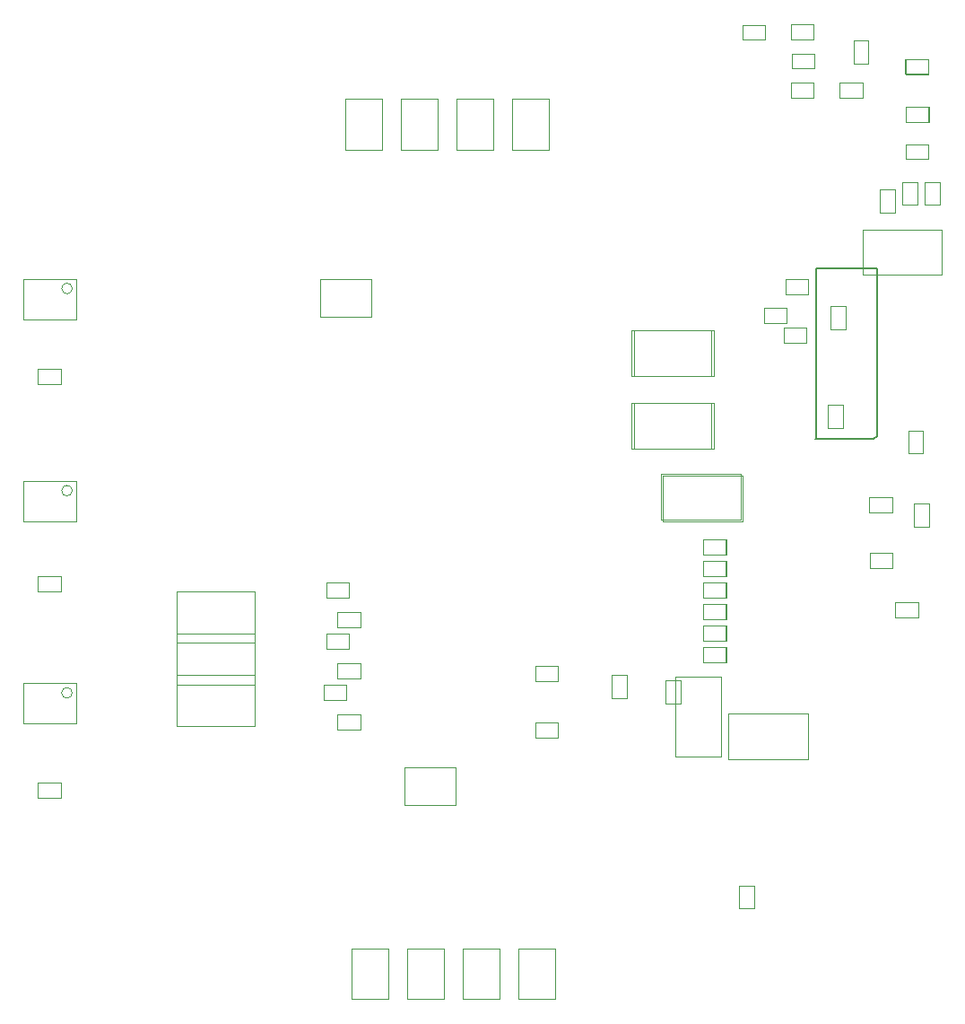
<source format=gbr>
G04 Layer_Color=16711935*
%FSLAX25Y25*%
%MOIN*%
%TF.FileFunction,Other,Mechanical_13*%
%TF.Part,Single*%
G01*
G75*
%TA.AperFunction,NonConductor*%
%ADD50C,0.00394*%
%ADD51C,0.00787*%
D50*
X28368Y245937D02*
G03*
X28368Y245937I-1969J0D01*
G01*
Y170837D02*
G03*
X28368Y170837I-1969J0D01*
G01*
Y95737D02*
G03*
X28368Y95737I-1969J0D01*
G01*
X15369Y210246D02*
X24031D01*
X15369Y215954D02*
X24031D01*
Y210246D02*
Y215954D01*
X15369Y210246D02*
Y215954D01*
Y133446D02*
X24031D01*
X15369Y139154D02*
X24031D01*
Y133446D02*
Y139154D01*
X15369Y133446D02*
Y139154D01*
Y56646D02*
X24031D01*
X15369Y62354D02*
X24031D01*
Y56646D02*
Y62354D01*
X15369Y56646D02*
Y62354D01*
X266864Y213535D02*
Y230465D01*
X237336Y213535D02*
Y230465D01*
Y213535D02*
X266864D01*
X237336Y230465D02*
X266864D01*
X265864Y213535D02*
Y230465D01*
X236336Y213535D02*
Y230465D01*
X265864D01*
X236336Y213535D02*
X265864D01*
X265757Y186535D02*
Y203465D01*
X236230Y186535D02*
Y203465D01*
Y186535D02*
X265757D01*
X236230Y203465D02*
X265757D01*
X266864Y186535D02*
Y203465D01*
X237336Y186535D02*
Y203465D01*
X266864D01*
X237336Y186535D02*
X266864D01*
X247836Y159535D02*
Y176465D01*
X277364Y159535D02*
Y176465D01*
X247836D02*
X277364D01*
X247836Y159535D02*
X277364D01*
X247336Y160035D02*
Y176965D01*
X276864Y160035D02*
Y176965D01*
X247336Y160035D02*
X276864D01*
X247336Y176965D02*
X276864D01*
X262769Y107146D02*
X271431D01*
X262769Y112854D02*
X271431D01*
X262769Y107146D02*
Y112854D01*
X271431Y107146D02*
Y112854D01*
X262769Y131146D02*
X271431D01*
X262769Y136854D02*
X271431D01*
X262769Y131146D02*
Y136854D01*
X271431Y131146D02*
Y136854D01*
X262769Y115146D02*
X271431D01*
X262769Y120854D02*
X271431D01*
X262769Y115146D02*
Y120854D01*
X271431Y115146D02*
Y120854D01*
X262769Y139146D02*
X271431D01*
X262769Y144854D02*
X271431D01*
X262769Y139146D02*
Y144854D01*
X271431Y139146D02*
Y144854D01*
X262769Y123146D02*
X271431D01*
X262769Y128854D02*
X271431D01*
X262769Y123146D02*
Y128854D01*
X271431Y123146D02*
Y128854D01*
X262769Y147146D02*
X271431D01*
X262769Y152854D02*
X271431D01*
X262769Y147146D02*
Y152854D01*
X271431Y147146D02*
Y152854D01*
X129710Y297504D02*
X143490D01*
X129710Y316402D02*
X143490D01*
X129710Y297504D02*
Y316402D01*
X143490Y297504D02*
Y316402D01*
X171044Y297504D02*
X184823D01*
X171044Y316402D02*
X184823D01*
X171044Y297504D02*
Y316402D01*
X184823Y297504D02*
Y316402D01*
X150377Y297504D02*
X164156D01*
X150377Y316402D02*
X164156D01*
X150377Y297504D02*
Y316402D01*
X164156Y297504D02*
Y316402D01*
X191710Y297504D02*
X205490D01*
X191710Y316402D02*
X205490D01*
X191710Y297504D02*
Y316402D01*
X205490Y297504D02*
Y316402D01*
X132210Y-17996D02*
X145990D01*
X132210Y902D02*
X145990D01*
X132210Y-17996D02*
Y902D01*
X145990Y-17996D02*
Y902D01*
X152877Y-17996D02*
X166656D01*
X152877Y902D02*
X166656D01*
X152877Y-17996D02*
Y902D01*
X166656Y-17996D02*
Y902D01*
X173544Y-17996D02*
X187323D01*
X173544Y902D02*
X187323D01*
X173544Y-17996D02*
Y902D01*
X187323Y-17996D02*
Y902D01*
X194210Y-17996D02*
X207990D01*
X194210Y902D02*
X207990D01*
X194210Y-17996D02*
Y902D01*
X207990Y-17996D02*
Y902D01*
X151851Y54163D02*
Y67943D01*
X170749Y54163D02*
Y67943D01*
X151851D02*
X170749D01*
X151851Y54163D02*
X170749D01*
X139549Y235563D02*
Y249342D01*
X120651Y235563D02*
Y249342D01*
Y235563D02*
X139549D01*
X120651Y249342D02*
X139549D01*
X252635Y72236D02*
X269565D01*
X252635Y101764D02*
X269565D01*
Y72236D02*
Y101764D01*
X252635Y72236D02*
Y101764D01*
X272336Y71035D02*
Y87965D01*
X301864Y71035D02*
Y87965D01*
X272336D02*
X301864D01*
X272336Y71035D02*
X301864D01*
X254454Y91669D02*
Y100331D01*
X248746Y91669D02*
Y100331D01*
X254454D01*
X248746Y91669D02*
X254454D01*
X228746Y93669D02*
Y102331D01*
X234454Y93669D02*
Y102331D01*
X228746D02*
X234454D01*
X228746Y93669D02*
X234454D01*
X126769Y82146D02*
X135431D01*
X126769Y87854D02*
X135431D01*
X126769Y82146D02*
Y87854D01*
X135431Y82146D02*
Y87854D01*
X126769Y101146D02*
X135431D01*
X126769Y106854D02*
X135431D01*
X126769Y101146D02*
Y106854D01*
X135431Y101146D02*
Y106854D01*
X126769Y120146D02*
X135431D01*
X126769Y125854D02*
X135431D01*
X126769Y120146D02*
Y125854D01*
X135431Y120146D02*
Y125854D01*
X315854Y230669D02*
Y239331D01*
X310146Y230669D02*
Y239331D01*
X315854D01*
X310146Y230669D02*
X315854D01*
X322036Y250935D02*
Y267865D01*
X351564Y250935D02*
Y267865D01*
X322036D02*
X351564D01*
X322036Y250935D02*
X351564D01*
X334269Y129354D02*
X342931D01*
X334269Y123646D02*
X342931D01*
X334269D02*
Y129354D01*
X342931Y123646D02*
Y129354D01*
X309246Y194169D02*
Y202831D01*
X314954Y194169D02*
Y202831D01*
X309246Y194169D02*
X314954D01*
X309246Y202831D02*
X314954D01*
X334154Y274069D02*
Y282731D01*
X328446Y274069D02*
Y282731D01*
X334154D01*
X328446Y274069D02*
X334154D01*
X324669Y162746D02*
X333331D01*
X324669Y168454D02*
X333331D01*
Y162746D02*
Y168454D01*
X324669Y162746D02*
Y168454D01*
X346854Y157469D02*
Y166131D01*
X341146Y157469D02*
Y166131D01*
X346854D01*
X341146Y157469D02*
X346854D01*
X10257Y234520D02*
Y249480D01*
X29943Y234520D02*
Y249480D01*
X10257Y234520D02*
X29943D01*
X10257Y249480D02*
X29943D01*
X10257Y159420D02*
Y174380D01*
X29943Y159420D02*
Y174380D01*
X10257Y159420D02*
X29943D01*
X10257Y174380D02*
X29943D01*
X10257Y84320D02*
Y99280D01*
X29943Y84320D02*
Y99280D01*
X10257Y84320D02*
X29943D01*
X10257Y99280D02*
X29943D01*
X262868Y107244D02*
X271332D01*
X262868Y112756D02*
X271332D01*
Y107244D02*
Y112756D01*
X262868Y107244D02*
Y112756D01*
Y115244D02*
X271332D01*
X262868Y120756D02*
X271332D01*
Y115244D02*
Y120756D01*
X262868Y115244D02*
Y120756D01*
Y123244D02*
X271332D01*
X262868Y128756D02*
X271332D01*
Y123244D02*
Y128756D01*
X262868Y123244D02*
Y128756D01*
Y131244D02*
X271332D01*
X262868Y136756D02*
X271332D01*
Y131244D02*
Y136756D01*
X262868Y131244D02*
Y136756D01*
Y139244D02*
X271332D01*
X262868Y144756D02*
X271332D01*
Y139244D02*
Y144756D01*
X262868Y139244D02*
Y144756D01*
Y147244D02*
X271332D01*
X262868Y152756D02*
X271332D01*
Y147244D02*
Y152756D01*
X262868Y147244D02*
Y152756D01*
X96169Y114353D02*
Y133447D01*
X67232Y114353D02*
Y133447D01*
Y114353D02*
X96169D01*
X67232Y133447D02*
X96169D01*
Y98653D02*
Y117747D01*
X67232Y98653D02*
Y117747D01*
X96169D01*
X67232Y98653D02*
X96169D01*
Y83353D02*
Y102447D01*
X67232Y83353D02*
Y102447D01*
Y83353D02*
X96169D01*
X67232Y102447D02*
X96169D01*
X122868Y136756D02*
X131332D01*
X122868Y131244D02*
X131332D01*
Y136756D01*
X122868Y131244D02*
Y136756D01*
X200368Y105756D02*
X208832D01*
X200368Y100244D02*
X208832D01*
Y105756D01*
X200368Y100244D02*
Y105756D01*
X122868Y117756D02*
X131332D01*
X122868Y112244D02*
X131332D01*
Y117756D01*
X122868Y112244D02*
Y117756D01*
X121868Y98756D02*
X130332D01*
X121868Y93244D02*
X130332D01*
Y98756D01*
X121868Y93244D02*
Y98756D01*
X200368Y79244D02*
X208832D01*
X200368Y84756D02*
X208832D01*
X200368Y79244D02*
Y84756D01*
X208832Y79244D02*
Y84756D01*
X276344Y15768D02*
Y24232D01*
X281856Y15768D02*
Y24232D01*
X276344Y15768D02*
X281856D01*
X276344Y24232D02*
X281856D01*
X293368Y243744D02*
X301832D01*
X293368Y249256D02*
X301832D01*
X293368Y243744D02*
Y249256D01*
X301832Y243744D02*
Y249256D01*
X285368Y238756D02*
X293832D01*
X285368Y233244D02*
X293832D01*
Y238756D01*
X285368Y233244D02*
Y238756D01*
X292868Y225744D02*
X301332D01*
X292868Y231256D02*
X301332D01*
X292868Y225744D02*
Y231256D01*
X301332Y225744D02*
Y231256D01*
X324868Y142244D02*
X333332D01*
X324868Y147756D02*
X333332D01*
Y142244D02*
Y147756D01*
X324868Y142244D02*
Y147756D01*
X338168Y313256D02*
X346632D01*
X338168Y307744D02*
X346632D01*
Y313256D01*
X338168Y307744D02*
Y313256D01*
X338268Y313356D02*
X346732D01*
X338268Y307844D02*
X346732D01*
X338268D02*
Y313356D01*
X346732Y307844D02*
Y313356D01*
X338068Y294044D02*
X346532D01*
X338068Y299556D02*
X346532D01*
Y294044D02*
Y299556D01*
X338068Y294044D02*
Y299556D01*
X345244Y276968D02*
Y285432D01*
X350756Y276968D02*
Y285432D01*
X345244Y276968D02*
X350756D01*
X345244Y285432D02*
X350756D01*
X339044Y184668D02*
Y193132D01*
X344556Y184668D02*
Y193132D01*
X339044Y184668D02*
X344556D01*
X339044Y193132D02*
X344556D01*
X342456Y276968D02*
Y285432D01*
X336944Y276968D02*
Y285432D01*
X342456D01*
X336944Y276968D02*
X342456D01*
X338168Y330956D02*
X346632D01*
X338168Y325444D02*
X346632D01*
Y330956D01*
X338168Y325444D02*
Y330956D01*
X337968Y331156D02*
X346432D01*
X337968Y325644D02*
X346432D01*
X337968D02*
Y331156D01*
X346432Y325644D02*
Y331156D01*
X318784Y329458D02*
Y337922D01*
X324296Y329458D02*
Y337922D01*
X318784Y329458D02*
X324296D01*
X318784Y337922D02*
X324296D01*
X313568Y322356D02*
X322032D01*
X313568Y316844D02*
X322032D01*
X313568D02*
Y322356D01*
X322032Y316844D02*
Y322356D01*
X277368Y338344D02*
X285832D01*
X277368Y343856D02*
X285832D01*
Y338344D02*
Y343856D01*
X277368Y338344D02*
Y343856D01*
X295468Y338444D02*
X303932D01*
X295468Y343956D02*
X303932D01*
Y338444D02*
Y343956D01*
X295468Y338444D02*
Y343956D01*
X295768Y333106D02*
X304232D01*
X295768Y327594D02*
X304232D01*
X295768D02*
Y333106D01*
X304232Y327594D02*
Y333106D01*
X295468Y316744D02*
X303932D01*
X295468Y322256D02*
X303932D01*
Y316744D02*
Y322256D01*
X295468Y316744D02*
Y322256D01*
D51*
X304600Y190041D02*
X326300D01*
X304600D02*
X304700Y190141D01*
Y253441D01*
X327500D01*
Y191241D02*
Y253441D01*
X326300Y190041D02*
X327500Y191241D01*
%TF.MD5,51659c4662164c1d47802577ad9c1ef5*%
M02*

</source>
